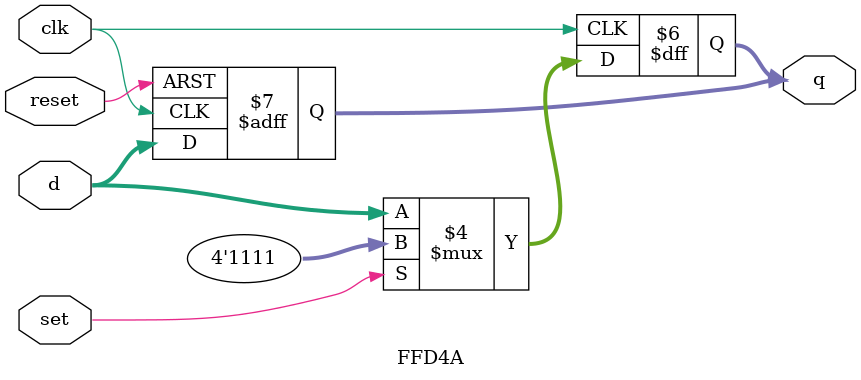
<source format=v>

module FFD4A(input clk , input reset, input set, input [3:0]d, output reg[3:0]q);

	always@(posedge clk, posedge reset)
	if(reset)q<=4'b0000;
	else 	q<=d;
	
	always@(posedge clk)
	if(set)q<=4'b1111;
	else 	q<=d;
endmodule


</source>
